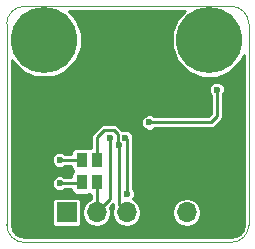
<source format=gbr>
G04 #@! TF.FileFunction,Copper,L2,Bot,Signal*
%FSLAX46Y46*%
G04 Gerber Fmt 4.6, Leading zero omitted, Abs format (unit mm)*
G04 Created by KiCad (PCBNEW 4.0.5) date Sunday, 09. April 2017 'u32' 16:32:30*
%MOMM*%
%LPD*%
G01*
G04 APERTURE LIST*
%ADD10C,0.100000*%
%ADD11C,5.600000*%
%ADD12R,1.700000X1.700000*%
%ADD13O,1.700000X1.700000*%
%ADD14R,0.970000X1.270000*%
%ADD15C,0.600000*%
%ADD16C,0.250000*%
%ADD17C,0.254000*%
G04 APERTURE END LIST*
D10*
X136500000Y-80500000D02*
G75*
G03X135000000Y-79000000I-1500000J0D01*
G01*
X135000000Y-99000000D02*
G75*
G03X136500000Y-97500000I0J1500000D01*
G01*
X116000000Y-97500000D02*
G75*
G03X117500000Y-99000000I1500000J0D01*
G01*
X117500000Y-79000000D02*
G75*
G03X116000000Y-80500000I0J-1500000D01*
G01*
X116000000Y-80500000D02*
X116000000Y-97500000D01*
X135000000Y-79000000D02*
X117500000Y-79000000D01*
X136500000Y-97500000D02*
X136500000Y-80500000D01*
X117500000Y-99000000D02*
X135000000Y-99000000D01*
D11*
X133145000Y-81855000D03*
X119175000Y-81855000D03*
D12*
X121080000Y-96460000D03*
D13*
X123620000Y-96460000D03*
X126160000Y-96460000D03*
X128700000Y-96460000D03*
X131240000Y-96460000D03*
D14*
X122340000Y-93920000D03*
X123620000Y-93920000D03*
X122345000Y-92015000D03*
X123625000Y-92015000D03*
D15*
X135685000Y-85030000D03*
X135685000Y-86935000D03*
X135685000Y-88840000D03*
X135685000Y-90745000D03*
X135685000Y-92650000D03*
X135685000Y-94555000D03*
X135685000Y-96460000D03*
X135500000Y-98000000D03*
X129970000Y-79950000D03*
X128065000Y-79950000D03*
X122350000Y-79950000D03*
X124255000Y-79950000D03*
X126160000Y-79950000D03*
X133780000Y-98365000D03*
X131875000Y-98365000D03*
X129970000Y-98365000D03*
X128065000Y-98365000D03*
X126160000Y-98365000D03*
X124255000Y-98365000D03*
X122350000Y-98365000D03*
X120445000Y-98365000D03*
X118540000Y-98365000D03*
X116635000Y-85030000D03*
X116635000Y-86935000D03*
X116635000Y-88840000D03*
X116635000Y-90745000D03*
X116635000Y-92650000D03*
X116635000Y-94555000D03*
X116635000Y-96460000D03*
X117000000Y-98000000D03*
X133145000Y-90110000D03*
X131875000Y-90110000D03*
X130605000Y-90110000D03*
X129335000Y-90110000D03*
X122985000Y-90110000D03*
X121715000Y-90110000D03*
X120445000Y-90110000D03*
X119175000Y-90110000D03*
X125540000Y-87957500D03*
X126780000Y-87957500D03*
X126780000Y-87182500D03*
X125540000Y-87182500D03*
X126160000Y-94936000D03*
X126034990Y-90120324D03*
X133780000Y-86070000D03*
X128065000Y-88840000D03*
X124784978Y-90124492D03*
X125525000Y-90745000D03*
X120500000Y-94000000D03*
X120500000Y-92000000D03*
D16*
X135685000Y-86935000D02*
X135685000Y-85030000D01*
X135685000Y-90745000D02*
X135685000Y-88840000D01*
X135685000Y-94555000D02*
X135685000Y-92650000D01*
X128065000Y-79950000D02*
X129970000Y-79950000D01*
X124255000Y-79950000D02*
X122350000Y-79950000D01*
X126160000Y-85030000D02*
X126160000Y-79950000D01*
X116635000Y-85030000D02*
X126160000Y-85030000D01*
X133780000Y-98365000D02*
X135050000Y-98365000D01*
X129970000Y-98365000D02*
X131875000Y-98365000D01*
X116635000Y-86935000D02*
X116635000Y-85030000D01*
X116635000Y-88840000D02*
X116635000Y-86935000D01*
X116635000Y-94555000D02*
X116635000Y-92650000D01*
X126160000Y-94936000D02*
X126160000Y-90245334D01*
X126160000Y-90245334D02*
X126034990Y-90120324D01*
X133272000Y-88840000D02*
X133780000Y-88332000D01*
X133780000Y-88332000D02*
X133780000Y-86070000D01*
X130605000Y-88840000D02*
X133272000Y-88840000D01*
X128065000Y-88840000D02*
X130605000Y-88840000D01*
X123620000Y-96460000D02*
X124784978Y-95295022D01*
X124784978Y-90548756D02*
X124784978Y-90124492D01*
X124784978Y-95295022D02*
X124784978Y-90548756D01*
X123625000Y-93920000D02*
X123625000Y-96455000D01*
X123625000Y-96455000D02*
X123620000Y-96460000D01*
X125409989Y-90629989D02*
X125525000Y-90745000D01*
X125064666Y-89475000D02*
X125409989Y-89820323D01*
X123625000Y-92015000D02*
X123625000Y-90105000D01*
X123625000Y-90105000D02*
X124255000Y-89475000D01*
X124255000Y-89475000D02*
X125064666Y-89475000D01*
X125409989Y-89820323D02*
X125409989Y-90629989D01*
X125525000Y-90745000D02*
X125525000Y-95825000D01*
X125525000Y-95825000D02*
X126160000Y-96460000D01*
X120500000Y-94000000D02*
X122260000Y-94000000D01*
X122260000Y-94000000D02*
X122340000Y-93920000D01*
X120500000Y-92000000D02*
X122330000Y-92000000D01*
X122330000Y-92000000D02*
X122345000Y-92015000D01*
D17*
G36*
X130449852Y-80050756D02*
X129964554Y-81219484D01*
X129963450Y-82484964D01*
X130446707Y-83654537D01*
X131340756Y-84550148D01*
X132509484Y-85035446D01*
X133774964Y-85036550D01*
X134944537Y-84553293D01*
X135840148Y-83659244D01*
X136069000Y-83108107D01*
X136069000Y-97457552D01*
X135979826Y-97905857D01*
X135749927Y-98249925D01*
X135405856Y-98479827D01*
X134957552Y-98569000D01*
X117542448Y-98569000D01*
X117094143Y-98479826D01*
X116750075Y-98249927D01*
X116520173Y-97905856D01*
X116431000Y-97457552D01*
X116431000Y-95610000D01*
X119841536Y-95610000D01*
X119841536Y-97310000D01*
X119868103Y-97451190D01*
X119951546Y-97580865D01*
X120078866Y-97667859D01*
X120230000Y-97698464D01*
X121930000Y-97698464D01*
X122071190Y-97671897D01*
X122200865Y-97588454D01*
X122287859Y-97461134D01*
X122318464Y-97310000D01*
X122318464Y-95610000D01*
X122291897Y-95468810D01*
X122208454Y-95339135D01*
X122081134Y-95252141D01*
X121930000Y-95221536D01*
X120230000Y-95221536D01*
X120088810Y-95248103D01*
X119959135Y-95331546D01*
X119872141Y-95458866D01*
X119841536Y-95610000D01*
X116431000Y-95610000D01*
X116431000Y-92134865D01*
X119818882Y-92134865D01*
X119922339Y-92385252D01*
X120113741Y-92576987D01*
X120363946Y-92680882D01*
X120634865Y-92681118D01*
X120885252Y-92577661D01*
X120957038Y-92506000D01*
X121471536Y-92506000D01*
X121471536Y-92650000D01*
X121498103Y-92791190D01*
X121581546Y-92920865D01*
X121647381Y-92965848D01*
X121584135Y-93006546D01*
X121497141Y-93133866D01*
X121466536Y-93285000D01*
X121466536Y-93494000D01*
X120957123Y-93494000D01*
X120886259Y-93423013D01*
X120636054Y-93319118D01*
X120365135Y-93318882D01*
X120114748Y-93422339D01*
X119923013Y-93613741D01*
X119819118Y-93863946D01*
X119818882Y-94134865D01*
X119922339Y-94385252D01*
X120113741Y-94576987D01*
X120363946Y-94680882D01*
X120634865Y-94681118D01*
X120885252Y-94577661D01*
X120957038Y-94506000D01*
X121466536Y-94506000D01*
X121466536Y-94555000D01*
X121493103Y-94696190D01*
X121576546Y-94825865D01*
X121703866Y-94912859D01*
X121855000Y-94943464D01*
X122825000Y-94943464D01*
X122966190Y-94916897D01*
X122978337Y-94909081D01*
X122983866Y-94912859D01*
X123119000Y-94940224D01*
X123119000Y-95318577D01*
X122749552Y-95565435D01*
X122482704Y-95964800D01*
X122389000Y-96435883D01*
X122389000Y-96484117D01*
X122482704Y-96955200D01*
X122749552Y-97354565D01*
X123148917Y-97621413D01*
X123620000Y-97715117D01*
X124091083Y-97621413D01*
X124490448Y-97354565D01*
X124757296Y-96955200D01*
X124851000Y-96484117D01*
X124851000Y-96435883D01*
X124769490Y-96026102D01*
X125019000Y-95776592D01*
X125019000Y-95825000D01*
X125041278Y-95937001D01*
X125022704Y-95964800D01*
X124929000Y-96435883D01*
X124929000Y-96484117D01*
X125022704Y-96955200D01*
X125289552Y-97354565D01*
X125688917Y-97621413D01*
X126160000Y-97715117D01*
X126631083Y-97621413D01*
X127030448Y-97354565D01*
X127297296Y-96955200D01*
X127391000Y-96484117D01*
X127391000Y-96435883D01*
X130009000Y-96435883D01*
X130009000Y-96484117D01*
X130102704Y-96955200D01*
X130369552Y-97354565D01*
X130768917Y-97621413D01*
X131240000Y-97715117D01*
X131711083Y-97621413D01*
X132110448Y-97354565D01*
X132377296Y-96955200D01*
X132471000Y-96484117D01*
X132471000Y-96435883D01*
X132377296Y-95964800D01*
X132110448Y-95565435D01*
X131711083Y-95298587D01*
X131240000Y-95204883D01*
X130768917Y-95298587D01*
X130369552Y-95565435D01*
X130102704Y-95964800D01*
X130009000Y-96435883D01*
X127391000Y-96435883D01*
X127297296Y-95964800D01*
X127030448Y-95565435D01*
X126708729Y-95350468D01*
X126736987Y-95322259D01*
X126840882Y-95072054D01*
X126841118Y-94801135D01*
X126737661Y-94550748D01*
X126666000Y-94478962D01*
X126666000Y-90376482D01*
X126715872Y-90256378D01*
X126716108Y-89985459D01*
X126612651Y-89735072D01*
X126421249Y-89543337D01*
X126171044Y-89439442D01*
X125900125Y-89439206D01*
X125784206Y-89487102D01*
X125767785Y-89462527D01*
X125422462Y-89117204D01*
X125258304Y-89007517D01*
X125094152Y-88974865D01*
X127383882Y-88974865D01*
X127487339Y-89225252D01*
X127678741Y-89416987D01*
X127928946Y-89520882D01*
X128199865Y-89521118D01*
X128450252Y-89417661D01*
X128522038Y-89346000D01*
X133272000Y-89346000D01*
X133465638Y-89307483D01*
X133629796Y-89197796D01*
X134137796Y-88689796D01*
X134247483Y-88525638D01*
X134286000Y-88332000D01*
X134286000Y-86527123D01*
X134356987Y-86456259D01*
X134460882Y-86206054D01*
X134461118Y-85935135D01*
X134357661Y-85684748D01*
X134166259Y-85493013D01*
X133916054Y-85389118D01*
X133645135Y-85388882D01*
X133394748Y-85492339D01*
X133203013Y-85683741D01*
X133099118Y-85933946D01*
X133098882Y-86204865D01*
X133202339Y-86455252D01*
X133274000Y-86527038D01*
X133274000Y-88122408D01*
X133062408Y-88334000D01*
X128522123Y-88334000D01*
X128451259Y-88263013D01*
X128201054Y-88159118D01*
X127930135Y-88158882D01*
X127679748Y-88262339D01*
X127488013Y-88453741D01*
X127384118Y-88703946D01*
X127383882Y-88974865D01*
X125094152Y-88974865D01*
X125064666Y-88969000D01*
X124255000Y-88969000D01*
X124061362Y-89007517D01*
X123897204Y-89117204D01*
X123267204Y-89747204D01*
X123157517Y-89911362D01*
X123119000Y-90105000D01*
X123119000Y-90995487D01*
X122998810Y-91018103D01*
X122986663Y-91025919D01*
X122981134Y-91022141D01*
X122830000Y-90991536D01*
X121860000Y-90991536D01*
X121718810Y-91018103D01*
X121589135Y-91101546D01*
X121502141Y-91228866D01*
X121471536Y-91380000D01*
X121471536Y-91494000D01*
X120957123Y-91494000D01*
X120886259Y-91423013D01*
X120636054Y-91319118D01*
X120365135Y-91318882D01*
X120114748Y-91422339D01*
X119923013Y-91613741D01*
X119819118Y-91863946D01*
X119818882Y-92134865D01*
X116431000Y-92134865D01*
X116431000Y-83543917D01*
X116476707Y-83654537D01*
X117370756Y-84550148D01*
X118539484Y-85035446D01*
X119804964Y-85036550D01*
X120974537Y-84553293D01*
X121870148Y-83659244D01*
X122355446Y-82490516D01*
X122356550Y-81225036D01*
X121873293Y-80055463D01*
X121249919Y-79431000D01*
X131070691Y-79431000D01*
X130449852Y-80050756D01*
X130449852Y-80050756D01*
G37*
X130449852Y-80050756D02*
X129964554Y-81219484D01*
X129963450Y-82484964D01*
X130446707Y-83654537D01*
X131340756Y-84550148D01*
X132509484Y-85035446D01*
X133774964Y-85036550D01*
X134944537Y-84553293D01*
X135840148Y-83659244D01*
X136069000Y-83108107D01*
X136069000Y-97457552D01*
X135979826Y-97905857D01*
X135749927Y-98249925D01*
X135405856Y-98479827D01*
X134957552Y-98569000D01*
X117542448Y-98569000D01*
X117094143Y-98479826D01*
X116750075Y-98249927D01*
X116520173Y-97905856D01*
X116431000Y-97457552D01*
X116431000Y-95610000D01*
X119841536Y-95610000D01*
X119841536Y-97310000D01*
X119868103Y-97451190D01*
X119951546Y-97580865D01*
X120078866Y-97667859D01*
X120230000Y-97698464D01*
X121930000Y-97698464D01*
X122071190Y-97671897D01*
X122200865Y-97588454D01*
X122287859Y-97461134D01*
X122318464Y-97310000D01*
X122318464Y-95610000D01*
X122291897Y-95468810D01*
X122208454Y-95339135D01*
X122081134Y-95252141D01*
X121930000Y-95221536D01*
X120230000Y-95221536D01*
X120088810Y-95248103D01*
X119959135Y-95331546D01*
X119872141Y-95458866D01*
X119841536Y-95610000D01*
X116431000Y-95610000D01*
X116431000Y-92134865D01*
X119818882Y-92134865D01*
X119922339Y-92385252D01*
X120113741Y-92576987D01*
X120363946Y-92680882D01*
X120634865Y-92681118D01*
X120885252Y-92577661D01*
X120957038Y-92506000D01*
X121471536Y-92506000D01*
X121471536Y-92650000D01*
X121498103Y-92791190D01*
X121581546Y-92920865D01*
X121647381Y-92965848D01*
X121584135Y-93006546D01*
X121497141Y-93133866D01*
X121466536Y-93285000D01*
X121466536Y-93494000D01*
X120957123Y-93494000D01*
X120886259Y-93423013D01*
X120636054Y-93319118D01*
X120365135Y-93318882D01*
X120114748Y-93422339D01*
X119923013Y-93613741D01*
X119819118Y-93863946D01*
X119818882Y-94134865D01*
X119922339Y-94385252D01*
X120113741Y-94576987D01*
X120363946Y-94680882D01*
X120634865Y-94681118D01*
X120885252Y-94577661D01*
X120957038Y-94506000D01*
X121466536Y-94506000D01*
X121466536Y-94555000D01*
X121493103Y-94696190D01*
X121576546Y-94825865D01*
X121703866Y-94912859D01*
X121855000Y-94943464D01*
X122825000Y-94943464D01*
X122966190Y-94916897D01*
X122978337Y-94909081D01*
X122983866Y-94912859D01*
X123119000Y-94940224D01*
X123119000Y-95318577D01*
X122749552Y-95565435D01*
X122482704Y-95964800D01*
X122389000Y-96435883D01*
X122389000Y-96484117D01*
X122482704Y-96955200D01*
X122749552Y-97354565D01*
X123148917Y-97621413D01*
X123620000Y-97715117D01*
X124091083Y-97621413D01*
X124490448Y-97354565D01*
X124757296Y-96955200D01*
X124851000Y-96484117D01*
X124851000Y-96435883D01*
X124769490Y-96026102D01*
X125019000Y-95776592D01*
X125019000Y-95825000D01*
X125041278Y-95937001D01*
X125022704Y-95964800D01*
X124929000Y-96435883D01*
X124929000Y-96484117D01*
X125022704Y-96955200D01*
X125289552Y-97354565D01*
X125688917Y-97621413D01*
X126160000Y-97715117D01*
X126631083Y-97621413D01*
X127030448Y-97354565D01*
X127297296Y-96955200D01*
X127391000Y-96484117D01*
X127391000Y-96435883D01*
X130009000Y-96435883D01*
X130009000Y-96484117D01*
X130102704Y-96955200D01*
X130369552Y-97354565D01*
X130768917Y-97621413D01*
X131240000Y-97715117D01*
X131711083Y-97621413D01*
X132110448Y-97354565D01*
X132377296Y-96955200D01*
X132471000Y-96484117D01*
X132471000Y-96435883D01*
X132377296Y-95964800D01*
X132110448Y-95565435D01*
X131711083Y-95298587D01*
X131240000Y-95204883D01*
X130768917Y-95298587D01*
X130369552Y-95565435D01*
X130102704Y-95964800D01*
X130009000Y-96435883D01*
X127391000Y-96435883D01*
X127297296Y-95964800D01*
X127030448Y-95565435D01*
X126708729Y-95350468D01*
X126736987Y-95322259D01*
X126840882Y-95072054D01*
X126841118Y-94801135D01*
X126737661Y-94550748D01*
X126666000Y-94478962D01*
X126666000Y-90376482D01*
X126715872Y-90256378D01*
X126716108Y-89985459D01*
X126612651Y-89735072D01*
X126421249Y-89543337D01*
X126171044Y-89439442D01*
X125900125Y-89439206D01*
X125784206Y-89487102D01*
X125767785Y-89462527D01*
X125422462Y-89117204D01*
X125258304Y-89007517D01*
X125094152Y-88974865D01*
X127383882Y-88974865D01*
X127487339Y-89225252D01*
X127678741Y-89416987D01*
X127928946Y-89520882D01*
X128199865Y-89521118D01*
X128450252Y-89417661D01*
X128522038Y-89346000D01*
X133272000Y-89346000D01*
X133465638Y-89307483D01*
X133629796Y-89197796D01*
X134137796Y-88689796D01*
X134247483Y-88525638D01*
X134286000Y-88332000D01*
X134286000Y-86527123D01*
X134356987Y-86456259D01*
X134460882Y-86206054D01*
X134461118Y-85935135D01*
X134357661Y-85684748D01*
X134166259Y-85493013D01*
X133916054Y-85389118D01*
X133645135Y-85388882D01*
X133394748Y-85492339D01*
X133203013Y-85683741D01*
X133099118Y-85933946D01*
X133098882Y-86204865D01*
X133202339Y-86455252D01*
X133274000Y-86527038D01*
X133274000Y-88122408D01*
X133062408Y-88334000D01*
X128522123Y-88334000D01*
X128451259Y-88263013D01*
X128201054Y-88159118D01*
X127930135Y-88158882D01*
X127679748Y-88262339D01*
X127488013Y-88453741D01*
X127384118Y-88703946D01*
X127383882Y-88974865D01*
X125094152Y-88974865D01*
X125064666Y-88969000D01*
X124255000Y-88969000D01*
X124061362Y-89007517D01*
X123897204Y-89117204D01*
X123267204Y-89747204D01*
X123157517Y-89911362D01*
X123119000Y-90105000D01*
X123119000Y-90995487D01*
X122998810Y-91018103D01*
X122986663Y-91025919D01*
X122981134Y-91022141D01*
X122830000Y-90991536D01*
X121860000Y-90991536D01*
X121718810Y-91018103D01*
X121589135Y-91101546D01*
X121502141Y-91228866D01*
X121471536Y-91380000D01*
X121471536Y-91494000D01*
X120957123Y-91494000D01*
X120886259Y-91423013D01*
X120636054Y-91319118D01*
X120365135Y-91318882D01*
X120114748Y-91422339D01*
X119923013Y-91613741D01*
X119819118Y-91863946D01*
X119818882Y-92134865D01*
X116431000Y-92134865D01*
X116431000Y-83543917D01*
X116476707Y-83654537D01*
X117370756Y-84550148D01*
X118539484Y-85035446D01*
X119804964Y-85036550D01*
X120974537Y-84553293D01*
X121870148Y-83659244D01*
X122355446Y-82490516D01*
X122356550Y-81225036D01*
X121873293Y-80055463D01*
X121249919Y-79431000D01*
X131070691Y-79431000D01*
X130449852Y-80050756D01*
M02*

</source>
